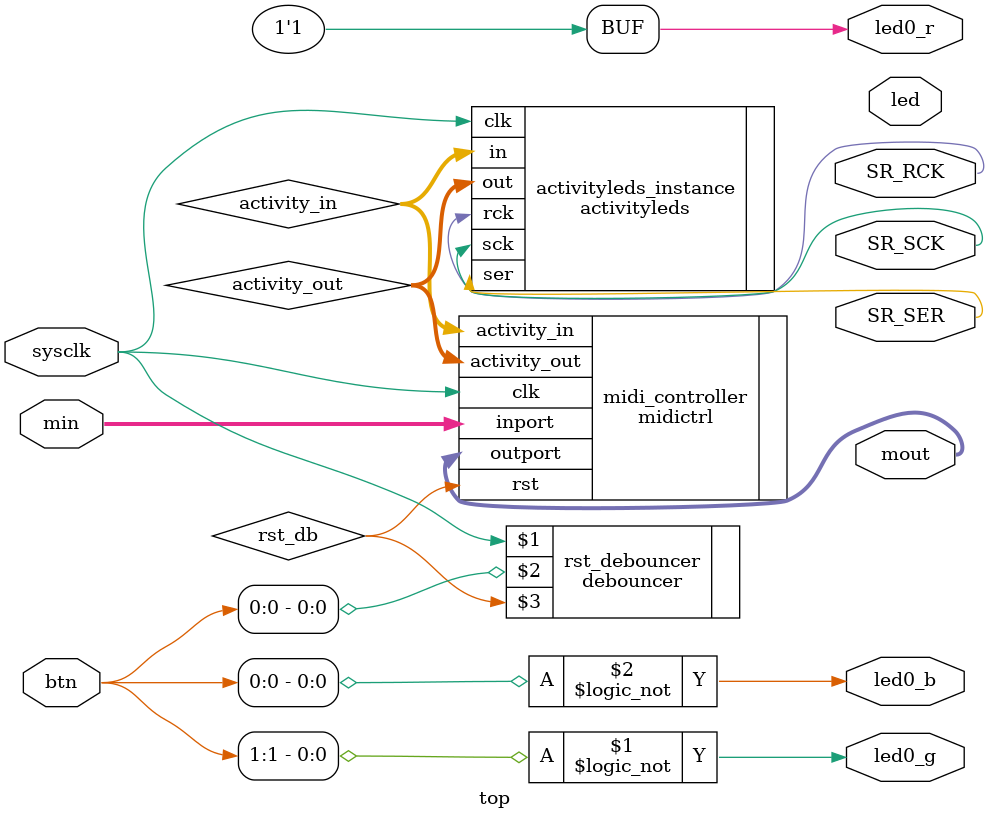
<source format=v>
`timescale 1ns / 1ps


module top (
    input sysclk,
    input [15:0]min,
    input [1:0]btn,
    output [15:0]mout,
    output [1:0]led,
    output led0_r, led0_g, led0_b,
    output SR_SCK, SR_RCK, SR_SER
);

//

wire rst_db;
debouncer rst_debouncer (sysclk, btn[0], rst_db);

wire [15:0] activity_in, activity_out;

midictrl #(.PORTS(15),.CLOCK(12_000_000)) midi_controller (
    .clk          (sysclk),
    .rst          (rst_db),
    .inport       (min),
    .outport      (mout),
    .activity_in  (activity_in),
    .activity_out (activity_out)
);

//

//reg [31:0] in_count [15:0]; // = 60_000_000;
//reg [31:0] out_count [15:0]; // = 60_000_000;
//reg [15:0] in_activity, out_activity;
//integer i;
//always @(posedge sysclk) begin
//    for (i=0; i<16; i = i + 1) begin
//        in_count[i]  <= !min[i]  ? 600000 : in_count[i]  > 0 ? in_count[i]  - 1 : 0;
//        out_count[i] <= !mout[i] ? 600000 : out_count[i] > 0 ? out_count[i] - 1 : 0;
//        in_activity[i]  <= in_count[i] != 0;
//        out_activity[i] <= out_count[i] != 0;
//    end
//end
//assign led[0] = in_count[0] != 0;
//assign led[1] = out_count[0] != 0;

//
//wire [15:0] in_activity  = 16'b1101000000001111;
//wire [15:0] out_activity = 16'b1101000000000000;

activityleds activityleds_instance (
    .clk(sysclk),
    .sck(SR_SCK),
    .rck(SR_RCK),
    .ser(SR_SER),
    .in(activity_in),
    .out(activity_out)
);

//

assign led0_r = 1;
assign led0_g = !btn[1];
assign led0_b = !btn[0];

endmodule

</source>
